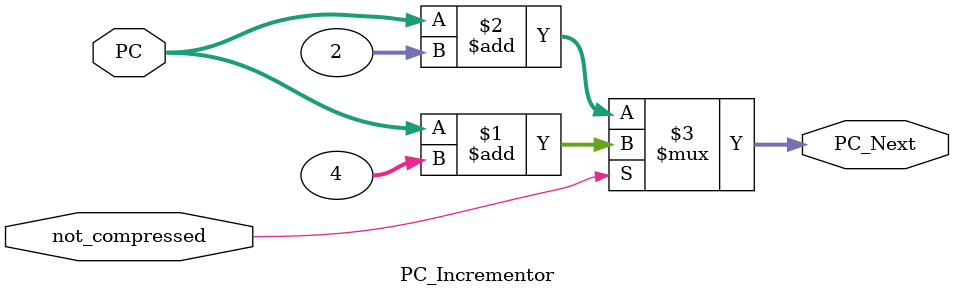
<source format=v>
/*******************************************************************
*
* Module: PC_Incrementor.v
* Project: Pegasus
* Author: Arig Mostafa, areeg.mostafa@aucegypt.edu
* Description: This module increments the PC based on the instruction
*
* Change history: 05/11/18 – Module istantiation
*                 05/11/18 – Added the fact that if its an illegal
*                           instruction increment by 4 instead using ~|
*                 07/11/18 - Faisal changed the input from an instruction to a signal
**********************************************************************/

`timescale 1ns / 1ps
module PC_Incrementor(
            input not_compressed, 
            input[31:0] PC,
            output[31:0] PC_Next
        );

 assign PC_Next = not_compressed ? PC + 4 : PC + 2;

endmodule


</source>
